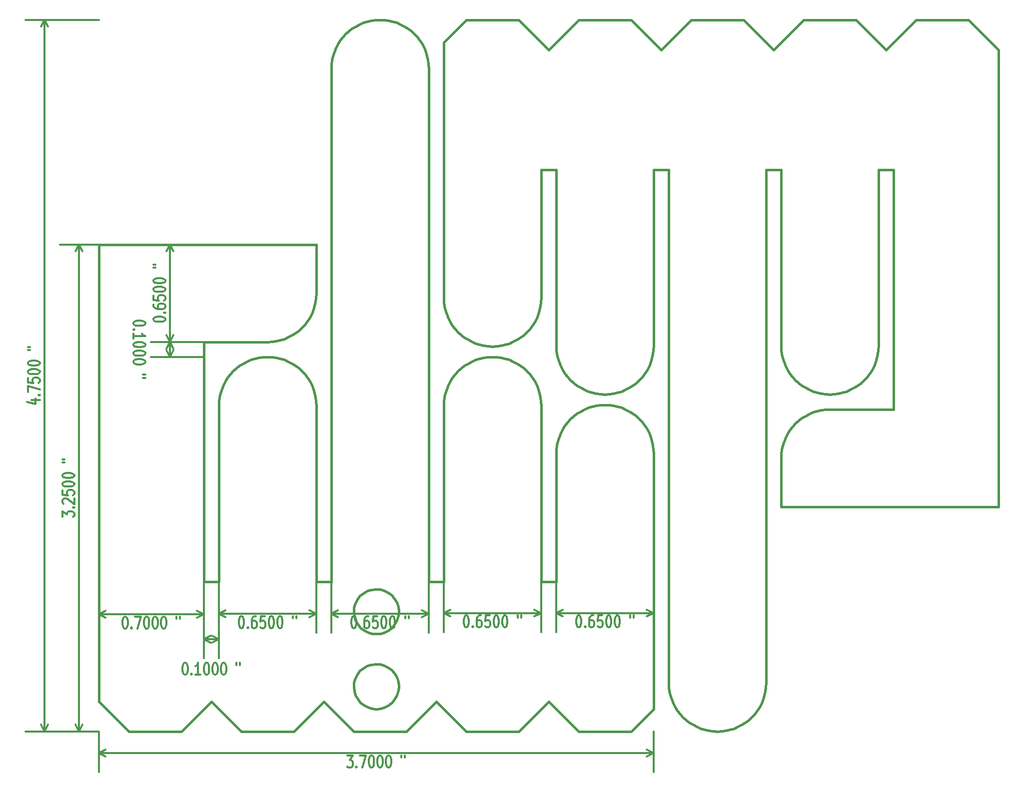
<source format=gbr>
G04 (created by PCBNEW-RS274X (2011-12-28 BZR 3254)-stable) date 7/17/2012 5:32:20 PM*
G01*
G70*
G90*
%MOIN*%
G04 Gerber Fmt 3.4, Leading zero omitted, Abs format*
%FSLAX34Y34*%
G04 APERTURE LIST*
%ADD10C,0.006000*%
%ADD11C,0.015000*%
%ADD12C,0.012000*%
G04 APERTURE END LIST*
G54D10*
G54D11*
X35001Y-57000D02*
X34972Y-57291D01*
X34887Y-57571D01*
X34750Y-57830D01*
X34565Y-58057D01*
X34339Y-58244D01*
X34081Y-58383D01*
X33801Y-58470D01*
X33510Y-58500D01*
X33219Y-58474D01*
X32938Y-58391D01*
X32679Y-58255D01*
X32450Y-58072D01*
X32262Y-57848D01*
X32121Y-57591D01*
X32032Y-57312D01*
X32000Y-57020D01*
X32024Y-56730D01*
X32105Y-56448D01*
X32239Y-56187D01*
X32421Y-55958D01*
X32644Y-55768D01*
X32900Y-55625D01*
X33178Y-55535D01*
X33469Y-55500D01*
X33760Y-55522D01*
X34042Y-55601D01*
X34304Y-55733D01*
X34535Y-55914D01*
X34726Y-56135D01*
X34871Y-56390D01*
X34963Y-56668D01*
X35000Y-56959D01*
X35001Y-57000D01*
X35000Y-52000D02*
X34971Y-52291D01*
X34886Y-52571D01*
X34749Y-52830D01*
X34564Y-53056D01*
X34338Y-53243D01*
X34081Y-53382D01*
X33801Y-53469D01*
X33510Y-53499D01*
X33219Y-53473D01*
X32939Y-53390D01*
X32679Y-53255D01*
X32451Y-53071D01*
X32263Y-52847D01*
X32122Y-52590D01*
X32033Y-52311D01*
X32001Y-52020D01*
X32025Y-51730D01*
X32106Y-51448D01*
X32240Y-51188D01*
X32421Y-50959D01*
X32644Y-50769D01*
X32900Y-50626D01*
X33178Y-50535D01*
X33469Y-50501D01*
X33760Y-50523D01*
X34042Y-50602D01*
X34303Y-50734D01*
X34534Y-50914D01*
X34725Y-51136D01*
X34870Y-51390D01*
X34962Y-51668D01*
X34999Y-51959D01*
X35000Y-52000D01*
G54D12*
X18101Y-32730D02*
X18101Y-32787D01*
X18063Y-32844D01*
X18025Y-32873D01*
X17949Y-32902D01*
X17796Y-32930D01*
X17606Y-32930D01*
X17454Y-32902D01*
X17377Y-32873D01*
X17339Y-32844D01*
X17301Y-32787D01*
X17301Y-32730D01*
X17339Y-32673D01*
X17377Y-32644D01*
X17454Y-32616D01*
X17606Y-32587D01*
X17796Y-32587D01*
X17949Y-32616D01*
X18025Y-32644D01*
X18063Y-32673D01*
X18101Y-32730D01*
X17377Y-33187D02*
X17339Y-33215D01*
X17301Y-33187D01*
X17339Y-33158D01*
X17377Y-33187D01*
X17301Y-33187D01*
X17301Y-33787D02*
X17301Y-33444D01*
X17301Y-33616D02*
X18101Y-33616D01*
X17987Y-33559D01*
X17911Y-33501D01*
X17873Y-33444D01*
X18101Y-34158D02*
X18101Y-34215D01*
X18063Y-34272D01*
X18025Y-34301D01*
X17949Y-34330D01*
X17796Y-34358D01*
X17606Y-34358D01*
X17454Y-34330D01*
X17377Y-34301D01*
X17339Y-34272D01*
X17301Y-34215D01*
X17301Y-34158D01*
X17339Y-34101D01*
X17377Y-34072D01*
X17454Y-34044D01*
X17606Y-34015D01*
X17796Y-34015D01*
X17949Y-34044D01*
X18025Y-34072D01*
X18063Y-34101D01*
X18101Y-34158D01*
X18101Y-34729D02*
X18101Y-34786D01*
X18063Y-34843D01*
X18025Y-34872D01*
X17949Y-34901D01*
X17796Y-34929D01*
X17606Y-34929D01*
X17454Y-34901D01*
X17377Y-34872D01*
X17339Y-34843D01*
X17301Y-34786D01*
X17301Y-34729D01*
X17339Y-34672D01*
X17377Y-34643D01*
X17454Y-34615D01*
X17606Y-34586D01*
X17796Y-34586D01*
X17949Y-34615D01*
X18025Y-34643D01*
X18063Y-34672D01*
X18101Y-34729D01*
X18101Y-35300D02*
X18101Y-35357D01*
X18063Y-35414D01*
X18025Y-35443D01*
X17949Y-35472D01*
X17796Y-35500D01*
X17606Y-35500D01*
X17454Y-35472D01*
X17377Y-35443D01*
X17339Y-35414D01*
X17301Y-35357D01*
X17301Y-35300D01*
X17339Y-35243D01*
X17377Y-35214D01*
X17454Y-35186D01*
X17606Y-35157D01*
X17796Y-35157D01*
X17949Y-35186D01*
X18025Y-35214D01*
X18063Y-35243D01*
X18101Y-35300D01*
X18101Y-36185D02*
X17949Y-36185D01*
X18101Y-36414D02*
X17949Y-36414D01*
X19751Y-34000D02*
X19751Y-35000D01*
X22000Y-34000D02*
X18471Y-34000D01*
X22000Y-35000D02*
X18471Y-35000D01*
X19751Y-35000D02*
X19521Y-34557D01*
X19751Y-35000D02*
X19981Y-34557D01*
X19751Y-34000D02*
X19521Y-34443D01*
X19751Y-34000D02*
X19981Y-34443D01*
X18634Y-32520D02*
X18634Y-32463D01*
X18672Y-32406D01*
X18710Y-32377D01*
X18786Y-32348D01*
X18939Y-32320D01*
X19129Y-32320D01*
X19281Y-32348D01*
X19358Y-32377D01*
X19396Y-32406D01*
X19434Y-32463D01*
X19434Y-32520D01*
X19396Y-32577D01*
X19358Y-32606D01*
X19281Y-32634D01*
X19129Y-32663D01*
X18939Y-32663D01*
X18786Y-32634D01*
X18710Y-32606D01*
X18672Y-32577D01*
X18634Y-32520D01*
X19358Y-32063D02*
X19396Y-32035D01*
X19434Y-32063D01*
X19396Y-32092D01*
X19358Y-32063D01*
X19434Y-32063D01*
X18634Y-31520D02*
X18634Y-31634D01*
X18672Y-31691D01*
X18710Y-31720D01*
X18824Y-31777D01*
X18977Y-31806D01*
X19281Y-31806D01*
X19358Y-31777D01*
X19396Y-31749D01*
X19434Y-31691D01*
X19434Y-31577D01*
X19396Y-31520D01*
X19358Y-31491D01*
X19281Y-31463D01*
X19091Y-31463D01*
X19015Y-31491D01*
X18977Y-31520D01*
X18939Y-31577D01*
X18939Y-31691D01*
X18977Y-31749D01*
X19015Y-31777D01*
X19091Y-31806D01*
X18634Y-30920D02*
X18634Y-31206D01*
X19015Y-31235D01*
X18977Y-31206D01*
X18939Y-31149D01*
X18939Y-31006D01*
X18977Y-30949D01*
X19015Y-30920D01*
X19091Y-30892D01*
X19281Y-30892D01*
X19358Y-30920D01*
X19396Y-30949D01*
X19434Y-31006D01*
X19434Y-31149D01*
X19396Y-31206D01*
X19358Y-31235D01*
X18634Y-30521D02*
X18634Y-30464D01*
X18672Y-30407D01*
X18710Y-30378D01*
X18786Y-30349D01*
X18939Y-30321D01*
X19129Y-30321D01*
X19281Y-30349D01*
X19358Y-30378D01*
X19396Y-30407D01*
X19434Y-30464D01*
X19434Y-30521D01*
X19396Y-30578D01*
X19358Y-30607D01*
X19281Y-30635D01*
X19129Y-30664D01*
X18939Y-30664D01*
X18786Y-30635D01*
X18710Y-30607D01*
X18672Y-30578D01*
X18634Y-30521D01*
X18634Y-29950D02*
X18634Y-29893D01*
X18672Y-29836D01*
X18710Y-29807D01*
X18786Y-29778D01*
X18939Y-29750D01*
X19129Y-29750D01*
X19281Y-29778D01*
X19358Y-29807D01*
X19396Y-29836D01*
X19434Y-29893D01*
X19434Y-29950D01*
X19396Y-30007D01*
X19358Y-30036D01*
X19281Y-30064D01*
X19129Y-30093D01*
X18939Y-30093D01*
X18786Y-30064D01*
X18710Y-30036D01*
X18672Y-30007D01*
X18634Y-29950D01*
X18634Y-29065D02*
X18786Y-29065D01*
X18634Y-28836D02*
X18786Y-28836D01*
X19750Y-34000D02*
X19750Y-27500D01*
X22000Y-34000D02*
X18470Y-34000D01*
X22000Y-27500D02*
X18470Y-27500D01*
X19750Y-27500D02*
X19980Y-27943D01*
X19750Y-27500D02*
X19520Y-27943D01*
X19750Y-34000D02*
X19980Y-33557D01*
X19750Y-34000D02*
X19520Y-33557D01*
X20730Y-55424D02*
X20787Y-55424D01*
X20844Y-55462D01*
X20873Y-55500D01*
X20902Y-55576D01*
X20930Y-55729D01*
X20930Y-55919D01*
X20902Y-56071D01*
X20873Y-56148D01*
X20844Y-56186D01*
X20787Y-56224D01*
X20730Y-56224D01*
X20673Y-56186D01*
X20644Y-56148D01*
X20616Y-56071D01*
X20587Y-55919D01*
X20587Y-55729D01*
X20616Y-55576D01*
X20644Y-55500D01*
X20673Y-55462D01*
X20730Y-55424D01*
X21187Y-56148D02*
X21215Y-56186D01*
X21187Y-56224D01*
X21158Y-56186D01*
X21187Y-56148D01*
X21187Y-56224D01*
X21787Y-56224D02*
X21444Y-56224D01*
X21616Y-56224D02*
X21616Y-55424D01*
X21559Y-55538D01*
X21501Y-55614D01*
X21444Y-55652D01*
X22158Y-55424D02*
X22215Y-55424D01*
X22272Y-55462D01*
X22301Y-55500D01*
X22330Y-55576D01*
X22358Y-55729D01*
X22358Y-55919D01*
X22330Y-56071D01*
X22301Y-56148D01*
X22272Y-56186D01*
X22215Y-56224D01*
X22158Y-56224D01*
X22101Y-56186D01*
X22072Y-56148D01*
X22044Y-56071D01*
X22015Y-55919D01*
X22015Y-55729D01*
X22044Y-55576D01*
X22072Y-55500D01*
X22101Y-55462D01*
X22158Y-55424D01*
X22729Y-55424D02*
X22786Y-55424D01*
X22843Y-55462D01*
X22872Y-55500D01*
X22901Y-55576D01*
X22929Y-55729D01*
X22929Y-55919D01*
X22901Y-56071D01*
X22872Y-56148D01*
X22843Y-56186D01*
X22786Y-56224D01*
X22729Y-56224D01*
X22672Y-56186D01*
X22643Y-56148D01*
X22615Y-56071D01*
X22586Y-55919D01*
X22586Y-55729D01*
X22615Y-55576D01*
X22643Y-55500D01*
X22672Y-55462D01*
X22729Y-55424D01*
X23300Y-55424D02*
X23357Y-55424D01*
X23414Y-55462D01*
X23443Y-55500D01*
X23472Y-55576D01*
X23500Y-55729D01*
X23500Y-55919D01*
X23472Y-56071D01*
X23443Y-56148D01*
X23414Y-56186D01*
X23357Y-56224D01*
X23300Y-56224D01*
X23243Y-56186D01*
X23214Y-56148D01*
X23186Y-56071D01*
X23157Y-55919D01*
X23157Y-55729D01*
X23186Y-55576D01*
X23214Y-55500D01*
X23243Y-55462D01*
X23300Y-55424D01*
X24185Y-55424D02*
X24185Y-55576D01*
X24414Y-55424D02*
X24414Y-55576D01*
X22000Y-53849D02*
X23000Y-53849D01*
X22000Y-50000D02*
X22000Y-55129D01*
X23000Y-50000D02*
X23000Y-55129D01*
X23000Y-53849D02*
X22557Y-54079D01*
X23000Y-53849D02*
X22557Y-53619D01*
X22000Y-53849D02*
X22443Y-54079D01*
X22000Y-53849D02*
X22443Y-53619D01*
X46980Y-52264D02*
X47037Y-52264D01*
X47094Y-52302D01*
X47123Y-52340D01*
X47152Y-52416D01*
X47180Y-52569D01*
X47180Y-52759D01*
X47152Y-52911D01*
X47123Y-52988D01*
X47094Y-53026D01*
X47037Y-53064D01*
X46980Y-53064D01*
X46923Y-53026D01*
X46894Y-52988D01*
X46866Y-52911D01*
X46837Y-52759D01*
X46837Y-52569D01*
X46866Y-52416D01*
X46894Y-52340D01*
X46923Y-52302D01*
X46980Y-52264D01*
X47437Y-52988D02*
X47465Y-53026D01*
X47437Y-53064D01*
X47408Y-53026D01*
X47437Y-52988D01*
X47437Y-53064D01*
X47980Y-52264D02*
X47866Y-52264D01*
X47809Y-52302D01*
X47780Y-52340D01*
X47723Y-52454D01*
X47694Y-52607D01*
X47694Y-52911D01*
X47723Y-52988D01*
X47751Y-53026D01*
X47809Y-53064D01*
X47923Y-53064D01*
X47980Y-53026D01*
X48009Y-52988D01*
X48037Y-52911D01*
X48037Y-52721D01*
X48009Y-52645D01*
X47980Y-52607D01*
X47923Y-52569D01*
X47809Y-52569D01*
X47751Y-52607D01*
X47723Y-52645D01*
X47694Y-52721D01*
X48580Y-52264D02*
X48294Y-52264D01*
X48265Y-52645D01*
X48294Y-52607D01*
X48351Y-52569D01*
X48494Y-52569D01*
X48551Y-52607D01*
X48580Y-52645D01*
X48608Y-52721D01*
X48608Y-52911D01*
X48580Y-52988D01*
X48551Y-53026D01*
X48494Y-53064D01*
X48351Y-53064D01*
X48294Y-53026D01*
X48265Y-52988D01*
X48979Y-52264D02*
X49036Y-52264D01*
X49093Y-52302D01*
X49122Y-52340D01*
X49151Y-52416D01*
X49179Y-52569D01*
X49179Y-52759D01*
X49151Y-52911D01*
X49122Y-52988D01*
X49093Y-53026D01*
X49036Y-53064D01*
X48979Y-53064D01*
X48922Y-53026D01*
X48893Y-52988D01*
X48865Y-52911D01*
X48836Y-52759D01*
X48836Y-52569D01*
X48865Y-52416D01*
X48893Y-52340D01*
X48922Y-52302D01*
X48979Y-52264D01*
X49550Y-52264D02*
X49607Y-52264D01*
X49664Y-52302D01*
X49693Y-52340D01*
X49722Y-52416D01*
X49750Y-52569D01*
X49750Y-52759D01*
X49722Y-52911D01*
X49693Y-52988D01*
X49664Y-53026D01*
X49607Y-53064D01*
X49550Y-53064D01*
X49493Y-53026D01*
X49464Y-52988D01*
X49436Y-52911D01*
X49407Y-52759D01*
X49407Y-52569D01*
X49436Y-52416D01*
X49464Y-52340D01*
X49493Y-52302D01*
X49550Y-52264D01*
X50435Y-52264D02*
X50435Y-52416D01*
X50664Y-52264D02*
X50664Y-52416D01*
X45500Y-52100D02*
X52000Y-52100D01*
X45500Y-50000D02*
X45500Y-53380D01*
X52000Y-50000D02*
X52000Y-53380D01*
X52000Y-52100D02*
X51557Y-52330D01*
X52000Y-52100D02*
X51557Y-51870D01*
X45500Y-52100D02*
X45943Y-52330D01*
X45500Y-52100D02*
X45943Y-51870D01*
X39480Y-52264D02*
X39537Y-52264D01*
X39594Y-52302D01*
X39623Y-52340D01*
X39652Y-52416D01*
X39680Y-52569D01*
X39680Y-52759D01*
X39652Y-52911D01*
X39623Y-52988D01*
X39594Y-53026D01*
X39537Y-53064D01*
X39480Y-53064D01*
X39423Y-53026D01*
X39394Y-52988D01*
X39366Y-52911D01*
X39337Y-52759D01*
X39337Y-52569D01*
X39366Y-52416D01*
X39394Y-52340D01*
X39423Y-52302D01*
X39480Y-52264D01*
X39937Y-52988D02*
X39965Y-53026D01*
X39937Y-53064D01*
X39908Y-53026D01*
X39937Y-52988D01*
X39937Y-53064D01*
X40480Y-52264D02*
X40366Y-52264D01*
X40309Y-52302D01*
X40280Y-52340D01*
X40223Y-52454D01*
X40194Y-52607D01*
X40194Y-52911D01*
X40223Y-52988D01*
X40251Y-53026D01*
X40309Y-53064D01*
X40423Y-53064D01*
X40480Y-53026D01*
X40509Y-52988D01*
X40537Y-52911D01*
X40537Y-52721D01*
X40509Y-52645D01*
X40480Y-52607D01*
X40423Y-52569D01*
X40309Y-52569D01*
X40251Y-52607D01*
X40223Y-52645D01*
X40194Y-52721D01*
X41080Y-52264D02*
X40794Y-52264D01*
X40765Y-52645D01*
X40794Y-52607D01*
X40851Y-52569D01*
X40994Y-52569D01*
X41051Y-52607D01*
X41080Y-52645D01*
X41108Y-52721D01*
X41108Y-52911D01*
X41080Y-52988D01*
X41051Y-53026D01*
X40994Y-53064D01*
X40851Y-53064D01*
X40794Y-53026D01*
X40765Y-52988D01*
X41479Y-52264D02*
X41536Y-52264D01*
X41593Y-52302D01*
X41622Y-52340D01*
X41651Y-52416D01*
X41679Y-52569D01*
X41679Y-52759D01*
X41651Y-52911D01*
X41622Y-52988D01*
X41593Y-53026D01*
X41536Y-53064D01*
X41479Y-53064D01*
X41422Y-53026D01*
X41393Y-52988D01*
X41365Y-52911D01*
X41336Y-52759D01*
X41336Y-52569D01*
X41365Y-52416D01*
X41393Y-52340D01*
X41422Y-52302D01*
X41479Y-52264D01*
X42050Y-52264D02*
X42107Y-52264D01*
X42164Y-52302D01*
X42193Y-52340D01*
X42222Y-52416D01*
X42250Y-52569D01*
X42250Y-52759D01*
X42222Y-52911D01*
X42193Y-52988D01*
X42164Y-53026D01*
X42107Y-53064D01*
X42050Y-53064D01*
X41993Y-53026D01*
X41964Y-52988D01*
X41936Y-52911D01*
X41907Y-52759D01*
X41907Y-52569D01*
X41936Y-52416D01*
X41964Y-52340D01*
X41993Y-52302D01*
X42050Y-52264D01*
X42935Y-52264D02*
X42935Y-52416D01*
X43164Y-52264D02*
X43164Y-52416D01*
X38000Y-52100D02*
X44500Y-52100D01*
X38000Y-50000D02*
X38000Y-53380D01*
X44500Y-50000D02*
X44500Y-53380D01*
X44500Y-52100D02*
X44057Y-52330D01*
X44500Y-52100D02*
X44057Y-51870D01*
X38000Y-52100D02*
X38443Y-52330D01*
X38000Y-52100D02*
X38443Y-51870D01*
X31980Y-52314D02*
X32037Y-52314D01*
X32094Y-52352D01*
X32123Y-52390D01*
X32152Y-52466D01*
X32180Y-52619D01*
X32180Y-52809D01*
X32152Y-52961D01*
X32123Y-53038D01*
X32094Y-53076D01*
X32037Y-53114D01*
X31980Y-53114D01*
X31923Y-53076D01*
X31894Y-53038D01*
X31866Y-52961D01*
X31837Y-52809D01*
X31837Y-52619D01*
X31866Y-52466D01*
X31894Y-52390D01*
X31923Y-52352D01*
X31980Y-52314D01*
X32437Y-53038D02*
X32465Y-53076D01*
X32437Y-53114D01*
X32408Y-53076D01*
X32437Y-53038D01*
X32437Y-53114D01*
X32980Y-52314D02*
X32866Y-52314D01*
X32809Y-52352D01*
X32780Y-52390D01*
X32723Y-52504D01*
X32694Y-52657D01*
X32694Y-52961D01*
X32723Y-53038D01*
X32751Y-53076D01*
X32809Y-53114D01*
X32923Y-53114D01*
X32980Y-53076D01*
X33009Y-53038D01*
X33037Y-52961D01*
X33037Y-52771D01*
X33009Y-52695D01*
X32980Y-52657D01*
X32923Y-52619D01*
X32809Y-52619D01*
X32751Y-52657D01*
X32723Y-52695D01*
X32694Y-52771D01*
X33580Y-52314D02*
X33294Y-52314D01*
X33265Y-52695D01*
X33294Y-52657D01*
X33351Y-52619D01*
X33494Y-52619D01*
X33551Y-52657D01*
X33580Y-52695D01*
X33608Y-52771D01*
X33608Y-52961D01*
X33580Y-53038D01*
X33551Y-53076D01*
X33494Y-53114D01*
X33351Y-53114D01*
X33294Y-53076D01*
X33265Y-53038D01*
X33979Y-52314D02*
X34036Y-52314D01*
X34093Y-52352D01*
X34122Y-52390D01*
X34151Y-52466D01*
X34179Y-52619D01*
X34179Y-52809D01*
X34151Y-52961D01*
X34122Y-53038D01*
X34093Y-53076D01*
X34036Y-53114D01*
X33979Y-53114D01*
X33922Y-53076D01*
X33893Y-53038D01*
X33865Y-52961D01*
X33836Y-52809D01*
X33836Y-52619D01*
X33865Y-52466D01*
X33893Y-52390D01*
X33922Y-52352D01*
X33979Y-52314D01*
X34550Y-52314D02*
X34607Y-52314D01*
X34664Y-52352D01*
X34693Y-52390D01*
X34722Y-52466D01*
X34750Y-52619D01*
X34750Y-52809D01*
X34722Y-52961D01*
X34693Y-53038D01*
X34664Y-53076D01*
X34607Y-53114D01*
X34550Y-53114D01*
X34493Y-53076D01*
X34464Y-53038D01*
X34436Y-52961D01*
X34407Y-52809D01*
X34407Y-52619D01*
X34436Y-52466D01*
X34464Y-52390D01*
X34493Y-52352D01*
X34550Y-52314D01*
X35435Y-52314D02*
X35435Y-52466D01*
X35664Y-52314D02*
X35664Y-52466D01*
X30500Y-52150D02*
X37000Y-52150D01*
X30500Y-50000D02*
X30500Y-53430D01*
X37000Y-50000D02*
X37000Y-53430D01*
X37000Y-52150D02*
X36557Y-52380D01*
X37000Y-52150D02*
X36557Y-51920D01*
X30500Y-52150D02*
X30943Y-52380D01*
X30500Y-52150D02*
X30943Y-51920D01*
X24480Y-52314D02*
X24537Y-52314D01*
X24594Y-52352D01*
X24623Y-52390D01*
X24652Y-52466D01*
X24680Y-52619D01*
X24680Y-52809D01*
X24652Y-52961D01*
X24623Y-53038D01*
X24594Y-53076D01*
X24537Y-53114D01*
X24480Y-53114D01*
X24423Y-53076D01*
X24394Y-53038D01*
X24366Y-52961D01*
X24337Y-52809D01*
X24337Y-52619D01*
X24366Y-52466D01*
X24394Y-52390D01*
X24423Y-52352D01*
X24480Y-52314D01*
X24937Y-53038D02*
X24965Y-53076D01*
X24937Y-53114D01*
X24908Y-53076D01*
X24937Y-53038D01*
X24937Y-53114D01*
X25480Y-52314D02*
X25366Y-52314D01*
X25309Y-52352D01*
X25280Y-52390D01*
X25223Y-52504D01*
X25194Y-52657D01*
X25194Y-52961D01*
X25223Y-53038D01*
X25251Y-53076D01*
X25309Y-53114D01*
X25423Y-53114D01*
X25480Y-53076D01*
X25509Y-53038D01*
X25537Y-52961D01*
X25537Y-52771D01*
X25509Y-52695D01*
X25480Y-52657D01*
X25423Y-52619D01*
X25309Y-52619D01*
X25251Y-52657D01*
X25223Y-52695D01*
X25194Y-52771D01*
X26080Y-52314D02*
X25794Y-52314D01*
X25765Y-52695D01*
X25794Y-52657D01*
X25851Y-52619D01*
X25994Y-52619D01*
X26051Y-52657D01*
X26080Y-52695D01*
X26108Y-52771D01*
X26108Y-52961D01*
X26080Y-53038D01*
X26051Y-53076D01*
X25994Y-53114D01*
X25851Y-53114D01*
X25794Y-53076D01*
X25765Y-53038D01*
X26479Y-52314D02*
X26536Y-52314D01*
X26593Y-52352D01*
X26622Y-52390D01*
X26651Y-52466D01*
X26679Y-52619D01*
X26679Y-52809D01*
X26651Y-52961D01*
X26622Y-53038D01*
X26593Y-53076D01*
X26536Y-53114D01*
X26479Y-53114D01*
X26422Y-53076D01*
X26393Y-53038D01*
X26365Y-52961D01*
X26336Y-52809D01*
X26336Y-52619D01*
X26365Y-52466D01*
X26393Y-52390D01*
X26422Y-52352D01*
X26479Y-52314D01*
X27050Y-52314D02*
X27107Y-52314D01*
X27164Y-52352D01*
X27193Y-52390D01*
X27222Y-52466D01*
X27250Y-52619D01*
X27250Y-52809D01*
X27222Y-52961D01*
X27193Y-53038D01*
X27164Y-53076D01*
X27107Y-53114D01*
X27050Y-53114D01*
X26993Y-53076D01*
X26964Y-53038D01*
X26936Y-52961D01*
X26907Y-52809D01*
X26907Y-52619D01*
X26936Y-52466D01*
X26964Y-52390D01*
X26993Y-52352D01*
X27050Y-52314D01*
X27935Y-52314D02*
X27935Y-52466D01*
X28164Y-52314D02*
X28164Y-52466D01*
X23000Y-52150D02*
X29500Y-52150D01*
X23000Y-50000D02*
X23000Y-53430D01*
X29500Y-50000D02*
X29500Y-53430D01*
X29500Y-52150D02*
X29057Y-52380D01*
X29500Y-52150D02*
X29057Y-51920D01*
X23000Y-52150D02*
X23443Y-52380D01*
X23000Y-52150D02*
X23443Y-51920D01*
X16730Y-52338D02*
X16787Y-52338D01*
X16844Y-52376D01*
X16873Y-52414D01*
X16902Y-52490D01*
X16930Y-52643D01*
X16930Y-52833D01*
X16902Y-52985D01*
X16873Y-53062D01*
X16844Y-53100D01*
X16787Y-53138D01*
X16730Y-53138D01*
X16673Y-53100D01*
X16644Y-53062D01*
X16616Y-52985D01*
X16587Y-52833D01*
X16587Y-52643D01*
X16616Y-52490D01*
X16644Y-52414D01*
X16673Y-52376D01*
X16730Y-52338D01*
X17187Y-53062D02*
X17215Y-53100D01*
X17187Y-53138D01*
X17158Y-53100D01*
X17187Y-53062D01*
X17187Y-53138D01*
X17416Y-52338D02*
X17816Y-52338D01*
X17559Y-53138D01*
X18158Y-52338D02*
X18215Y-52338D01*
X18272Y-52376D01*
X18301Y-52414D01*
X18330Y-52490D01*
X18358Y-52643D01*
X18358Y-52833D01*
X18330Y-52985D01*
X18301Y-53062D01*
X18272Y-53100D01*
X18215Y-53138D01*
X18158Y-53138D01*
X18101Y-53100D01*
X18072Y-53062D01*
X18044Y-52985D01*
X18015Y-52833D01*
X18015Y-52643D01*
X18044Y-52490D01*
X18072Y-52414D01*
X18101Y-52376D01*
X18158Y-52338D01*
X18729Y-52338D02*
X18786Y-52338D01*
X18843Y-52376D01*
X18872Y-52414D01*
X18901Y-52490D01*
X18929Y-52643D01*
X18929Y-52833D01*
X18901Y-52985D01*
X18872Y-53062D01*
X18843Y-53100D01*
X18786Y-53138D01*
X18729Y-53138D01*
X18672Y-53100D01*
X18643Y-53062D01*
X18615Y-52985D01*
X18586Y-52833D01*
X18586Y-52643D01*
X18615Y-52490D01*
X18643Y-52414D01*
X18672Y-52376D01*
X18729Y-52338D01*
X19300Y-52338D02*
X19357Y-52338D01*
X19414Y-52376D01*
X19443Y-52414D01*
X19472Y-52490D01*
X19500Y-52643D01*
X19500Y-52833D01*
X19472Y-52985D01*
X19443Y-53062D01*
X19414Y-53100D01*
X19357Y-53138D01*
X19300Y-53138D01*
X19243Y-53100D01*
X19214Y-53062D01*
X19186Y-52985D01*
X19157Y-52833D01*
X19157Y-52643D01*
X19186Y-52490D01*
X19214Y-52414D01*
X19243Y-52376D01*
X19300Y-52338D01*
X20185Y-52338D02*
X20185Y-52490D01*
X20414Y-52338D02*
X20414Y-52490D01*
X22000Y-52174D02*
X15000Y-52174D01*
X22000Y-50000D02*
X22000Y-53454D01*
X15000Y-50000D02*
X15000Y-53454D01*
X15000Y-52174D02*
X15443Y-51944D01*
X15000Y-52174D02*
X15443Y-52404D01*
X22000Y-52174D02*
X21557Y-51944D01*
X22000Y-52174D02*
X21557Y-52404D01*
X31559Y-61614D02*
X31930Y-61614D01*
X31730Y-61919D01*
X31816Y-61919D01*
X31873Y-61957D01*
X31902Y-61995D01*
X31930Y-62071D01*
X31930Y-62261D01*
X31902Y-62338D01*
X31873Y-62376D01*
X31816Y-62414D01*
X31644Y-62414D01*
X31587Y-62376D01*
X31559Y-62338D01*
X32187Y-62338D02*
X32215Y-62376D01*
X32187Y-62414D01*
X32158Y-62376D01*
X32187Y-62338D01*
X32187Y-62414D01*
X32416Y-61614D02*
X32816Y-61614D01*
X32559Y-62414D01*
X33158Y-61614D02*
X33215Y-61614D01*
X33272Y-61652D01*
X33301Y-61690D01*
X33330Y-61766D01*
X33358Y-61919D01*
X33358Y-62109D01*
X33330Y-62261D01*
X33301Y-62338D01*
X33272Y-62376D01*
X33215Y-62414D01*
X33158Y-62414D01*
X33101Y-62376D01*
X33072Y-62338D01*
X33044Y-62261D01*
X33015Y-62109D01*
X33015Y-61919D01*
X33044Y-61766D01*
X33072Y-61690D01*
X33101Y-61652D01*
X33158Y-61614D01*
X33729Y-61614D02*
X33786Y-61614D01*
X33843Y-61652D01*
X33872Y-61690D01*
X33901Y-61766D01*
X33929Y-61919D01*
X33929Y-62109D01*
X33901Y-62261D01*
X33872Y-62338D01*
X33843Y-62376D01*
X33786Y-62414D01*
X33729Y-62414D01*
X33672Y-62376D01*
X33643Y-62338D01*
X33615Y-62261D01*
X33586Y-62109D01*
X33586Y-61919D01*
X33615Y-61766D01*
X33643Y-61690D01*
X33672Y-61652D01*
X33729Y-61614D01*
X34300Y-61614D02*
X34357Y-61614D01*
X34414Y-61652D01*
X34443Y-61690D01*
X34472Y-61766D01*
X34500Y-61919D01*
X34500Y-62109D01*
X34472Y-62261D01*
X34443Y-62338D01*
X34414Y-62376D01*
X34357Y-62414D01*
X34300Y-62414D01*
X34243Y-62376D01*
X34214Y-62338D01*
X34186Y-62261D01*
X34157Y-62109D01*
X34157Y-61919D01*
X34186Y-61766D01*
X34214Y-61690D01*
X34243Y-61652D01*
X34300Y-61614D01*
X35185Y-61614D02*
X35185Y-61766D01*
X35414Y-61614D02*
X35414Y-61766D01*
X15000Y-61450D02*
X52000Y-61450D01*
X15000Y-60000D02*
X15000Y-62730D01*
X52000Y-60000D02*
X52000Y-62730D01*
X52000Y-61450D02*
X51557Y-61680D01*
X52000Y-61450D02*
X51557Y-61220D01*
X15000Y-61450D02*
X15443Y-61680D01*
X15000Y-61450D02*
X15443Y-61220D01*
X10525Y-37877D02*
X11059Y-37877D01*
X10221Y-38020D02*
X10792Y-38163D01*
X10792Y-37791D01*
X10983Y-37563D02*
X11021Y-37535D01*
X11059Y-37563D01*
X11021Y-37592D01*
X10983Y-37563D01*
X11059Y-37563D01*
X10259Y-37334D02*
X10259Y-36934D01*
X11059Y-37191D01*
X10259Y-36420D02*
X10259Y-36706D01*
X10640Y-36735D01*
X10602Y-36706D01*
X10564Y-36649D01*
X10564Y-36506D01*
X10602Y-36449D01*
X10640Y-36420D01*
X10716Y-36392D01*
X10906Y-36392D01*
X10983Y-36420D01*
X11021Y-36449D01*
X11059Y-36506D01*
X11059Y-36649D01*
X11021Y-36706D01*
X10983Y-36735D01*
X10259Y-36021D02*
X10259Y-35964D01*
X10297Y-35907D01*
X10335Y-35878D01*
X10411Y-35849D01*
X10564Y-35821D01*
X10754Y-35821D01*
X10906Y-35849D01*
X10983Y-35878D01*
X11021Y-35907D01*
X11059Y-35964D01*
X11059Y-36021D01*
X11021Y-36078D01*
X10983Y-36107D01*
X10906Y-36135D01*
X10754Y-36164D01*
X10564Y-36164D01*
X10411Y-36135D01*
X10335Y-36107D01*
X10297Y-36078D01*
X10259Y-36021D01*
X10259Y-35450D02*
X10259Y-35393D01*
X10297Y-35336D01*
X10335Y-35307D01*
X10411Y-35278D01*
X10564Y-35250D01*
X10754Y-35250D01*
X10906Y-35278D01*
X10983Y-35307D01*
X11021Y-35336D01*
X11059Y-35393D01*
X11059Y-35450D01*
X11021Y-35507D01*
X10983Y-35536D01*
X10906Y-35564D01*
X10754Y-35593D01*
X10564Y-35593D01*
X10411Y-35564D01*
X10335Y-35536D01*
X10297Y-35507D01*
X10259Y-35450D01*
X10259Y-34565D02*
X10411Y-34565D01*
X10259Y-34336D02*
X10411Y-34336D01*
X11375Y-60000D02*
X11375Y-12500D01*
X15000Y-60000D02*
X10095Y-60000D01*
X15000Y-12500D02*
X10095Y-12500D01*
X11375Y-12500D02*
X11605Y-12943D01*
X11375Y-12500D02*
X11145Y-12943D01*
X11375Y-60000D02*
X11605Y-59557D01*
X11375Y-60000D02*
X11145Y-59557D01*
X12559Y-45691D02*
X12559Y-45320D01*
X12864Y-45520D01*
X12864Y-45434D01*
X12902Y-45377D01*
X12940Y-45348D01*
X13016Y-45320D01*
X13206Y-45320D01*
X13283Y-45348D01*
X13321Y-45377D01*
X13359Y-45434D01*
X13359Y-45606D01*
X13321Y-45663D01*
X13283Y-45691D01*
X13283Y-45063D02*
X13321Y-45035D01*
X13359Y-45063D01*
X13321Y-45092D01*
X13283Y-45063D01*
X13359Y-45063D01*
X12635Y-44806D02*
X12597Y-44777D01*
X12559Y-44720D01*
X12559Y-44577D01*
X12597Y-44520D01*
X12635Y-44491D01*
X12711Y-44463D01*
X12787Y-44463D01*
X12902Y-44491D01*
X13359Y-44834D01*
X13359Y-44463D01*
X12559Y-43920D02*
X12559Y-44206D01*
X12940Y-44235D01*
X12902Y-44206D01*
X12864Y-44149D01*
X12864Y-44006D01*
X12902Y-43949D01*
X12940Y-43920D01*
X13016Y-43892D01*
X13206Y-43892D01*
X13283Y-43920D01*
X13321Y-43949D01*
X13359Y-44006D01*
X13359Y-44149D01*
X13321Y-44206D01*
X13283Y-44235D01*
X12559Y-43521D02*
X12559Y-43464D01*
X12597Y-43407D01*
X12635Y-43378D01*
X12711Y-43349D01*
X12864Y-43321D01*
X13054Y-43321D01*
X13206Y-43349D01*
X13283Y-43378D01*
X13321Y-43407D01*
X13359Y-43464D01*
X13359Y-43521D01*
X13321Y-43578D01*
X13283Y-43607D01*
X13206Y-43635D01*
X13054Y-43664D01*
X12864Y-43664D01*
X12711Y-43635D01*
X12635Y-43607D01*
X12597Y-43578D01*
X12559Y-43521D01*
X12559Y-42950D02*
X12559Y-42893D01*
X12597Y-42836D01*
X12635Y-42807D01*
X12711Y-42778D01*
X12864Y-42750D01*
X13054Y-42750D01*
X13206Y-42778D01*
X13283Y-42807D01*
X13321Y-42836D01*
X13359Y-42893D01*
X13359Y-42950D01*
X13321Y-43007D01*
X13283Y-43036D01*
X13206Y-43064D01*
X13054Y-43093D01*
X12864Y-43093D01*
X12711Y-43064D01*
X12635Y-43036D01*
X12597Y-43007D01*
X12559Y-42950D01*
X12559Y-42065D02*
X12711Y-42065D01*
X12559Y-41836D02*
X12711Y-41836D01*
X13675Y-60000D02*
X13675Y-27500D01*
X15000Y-60000D02*
X12395Y-60000D01*
X15000Y-27500D02*
X12395Y-27500D01*
X13675Y-27500D02*
X13905Y-27943D01*
X13675Y-27500D02*
X13445Y-27943D01*
X13675Y-60000D02*
X13905Y-59557D01*
X13675Y-60000D02*
X13445Y-59557D01*
G54D11*
X53000Y-56750D02*
X53000Y-22500D01*
X59500Y-56750D02*
X59500Y-22500D01*
X53000Y-56750D02*
X53013Y-57033D01*
X53050Y-57314D01*
X53111Y-57591D01*
X53196Y-57861D01*
X53305Y-58123D01*
X53436Y-58374D01*
X53588Y-58614D01*
X53761Y-58839D01*
X53952Y-59048D01*
X54161Y-59239D01*
X54386Y-59412D01*
X54626Y-59564D01*
X54877Y-59695D01*
X55139Y-59804D01*
X55409Y-59889D01*
X55686Y-59950D01*
X55967Y-59987D01*
X56250Y-60000D01*
X56250Y-60000D02*
X56533Y-59987D01*
X56814Y-59950D01*
X57091Y-59889D01*
X57361Y-59804D01*
X57623Y-59695D01*
X57875Y-59564D01*
X58114Y-59412D01*
X58339Y-59239D01*
X58548Y-59048D01*
X58739Y-58839D01*
X58912Y-58614D01*
X59064Y-58374D01*
X59195Y-58123D01*
X59304Y-57861D01*
X59389Y-57591D01*
X59450Y-57314D01*
X59487Y-57033D01*
X59500Y-56750D01*
X60500Y-34250D02*
X60500Y-22500D01*
X67000Y-34250D02*
X67000Y-22500D01*
X60500Y-34250D02*
X60513Y-34533D01*
X60550Y-34814D01*
X60611Y-35091D01*
X60696Y-35361D01*
X60805Y-35623D01*
X60936Y-35874D01*
X61088Y-36114D01*
X61261Y-36339D01*
X61452Y-36548D01*
X61661Y-36739D01*
X61886Y-36912D01*
X62126Y-37064D01*
X62377Y-37195D01*
X62639Y-37304D01*
X62909Y-37389D01*
X63186Y-37450D01*
X63467Y-37487D01*
X63750Y-37500D01*
X63750Y-37500D02*
X64033Y-37487D01*
X64314Y-37450D01*
X64591Y-37389D01*
X64861Y-37304D01*
X65123Y-37195D01*
X65375Y-37064D01*
X65614Y-36912D01*
X65839Y-36739D01*
X66048Y-36548D01*
X66239Y-36339D01*
X66412Y-36114D01*
X66564Y-35874D01*
X66695Y-35623D01*
X66804Y-35361D01*
X66889Y-35091D01*
X66950Y-34814D01*
X66987Y-34533D01*
X67000Y-34250D01*
X63750Y-38500D02*
X68000Y-38500D01*
X60500Y-45000D02*
X60500Y-41750D01*
X63750Y-38500D02*
X63467Y-38513D01*
X63186Y-38550D01*
X62909Y-38611D01*
X62639Y-38696D01*
X62377Y-38805D01*
X62126Y-38936D01*
X61886Y-39088D01*
X61661Y-39261D01*
X61452Y-39452D01*
X61261Y-39661D01*
X61088Y-39886D01*
X60936Y-40126D01*
X60805Y-40377D01*
X60696Y-40639D01*
X60611Y-40909D01*
X60550Y-41186D01*
X60513Y-41467D01*
X60500Y-41750D01*
X75000Y-45000D02*
X75000Y-14500D01*
X60500Y-45000D02*
X75000Y-45000D01*
X68000Y-22500D02*
X68000Y-38500D01*
X67000Y-22500D02*
X68000Y-22500D01*
X53000Y-22500D02*
X52000Y-22500D01*
X59500Y-22500D02*
X60500Y-22500D01*
X54500Y-12500D02*
X52500Y-14500D01*
X58000Y-12500D02*
X54500Y-12500D01*
X60000Y-14500D02*
X58000Y-12500D01*
X62000Y-12500D02*
X60000Y-14500D01*
X65500Y-12500D02*
X62000Y-12500D01*
X67500Y-14500D02*
X65500Y-12500D01*
X69500Y-12500D02*
X73000Y-12500D01*
X67500Y-14500D02*
X69500Y-12500D01*
X75000Y-14500D02*
X73000Y-12500D01*
X44500Y-22500D02*
X45500Y-22500D01*
X38000Y-31050D02*
X38000Y-14000D01*
X39500Y-12500D02*
X38000Y-14000D01*
X44500Y-31050D02*
X44500Y-22500D01*
X38000Y-31050D02*
X38013Y-31333D01*
X38050Y-31614D01*
X38111Y-31891D01*
X38196Y-32161D01*
X38305Y-32423D01*
X38436Y-32674D01*
X38588Y-32914D01*
X38761Y-33139D01*
X38952Y-33348D01*
X39161Y-33539D01*
X39386Y-33712D01*
X39626Y-33864D01*
X39877Y-33995D01*
X40139Y-34104D01*
X40409Y-34189D01*
X40686Y-34250D01*
X40967Y-34287D01*
X41250Y-34300D01*
X41250Y-34300D02*
X41533Y-34287D01*
X41814Y-34250D01*
X42091Y-34189D01*
X42361Y-34104D01*
X42623Y-33995D01*
X42875Y-33864D01*
X43114Y-33712D01*
X43339Y-33539D01*
X43548Y-33348D01*
X43739Y-33139D01*
X43912Y-32914D01*
X44064Y-32674D01*
X44195Y-32423D01*
X44304Y-32161D01*
X44389Y-31891D01*
X44450Y-31614D01*
X44487Y-31333D01*
X44500Y-31050D01*
X45500Y-34250D02*
X45500Y-22500D01*
X52000Y-34250D02*
X52000Y-22500D01*
X45500Y-34250D02*
X45513Y-34533D01*
X45550Y-34814D01*
X45611Y-35091D01*
X45696Y-35361D01*
X45805Y-35623D01*
X45936Y-35874D01*
X46088Y-36114D01*
X46261Y-36339D01*
X46452Y-36548D01*
X46661Y-36739D01*
X46886Y-36912D01*
X47126Y-37064D01*
X47377Y-37195D01*
X47639Y-37304D01*
X47909Y-37389D01*
X48186Y-37450D01*
X48467Y-37487D01*
X48750Y-37500D01*
X48750Y-37500D02*
X49033Y-37487D01*
X49314Y-37450D01*
X49591Y-37389D01*
X49861Y-37304D01*
X50123Y-37195D01*
X50375Y-37064D01*
X50614Y-36912D01*
X50839Y-36739D01*
X51048Y-36548D01*
X51239Y-36339D01*
X51412Y-36114D01*
X51564Y-35874D01*
X51695Y-35623D01*
X51804Y-35361D01*
X51889Y-35091D01*
X51950Y-34814D01*
X51987Y-34533D01*
X52000Y-34250D01*
X43000Y-12500D02*
X39500Y-12500D01*
X45000Y-14500D02*
X43000Y-12500D01*
X47000Y-12500D02*
X45000Y-14500D01*
X50500Y-12500D02*
X47000Y-12500D01*
X52500Y-14500D02*
X50500Y-12500D01*
X44500Y-50000D02*
X45500Y-50000D01*
X15000Y-58000D02*
X17000Y-60000D01*
X22500Y-58000D02*
X20500Y-60000D01*
X20500Y-60000D02*
X17000Y-60000D01*
X22500Y-58000D02*
X24500Y-60000D01*
X24500Y-60000D02*
X28000Y-60000D01*
X28000Y-60000D02*
X30000Y-58000D01*
X30000Y-58000D02*
X32000Y-60000D01*
X32000Y-60000D02*
X35500Y-60000D01*
X35500Y-60000D02*
X37500Y-58000D01*
X37500Y-58000D02*
X39500Y-60000D01*
X39500Y-60000D02*
X43000Y-60000D01*
X43000Y-60000D02*
X45000Y-58000D01*
X45000Y-58000D02*
X47000Y-60000D01*
X47000Y-60000D02*
X50500Y-60000D01*
X30500Y-50000D02*
X29500Y-50000D01*
X37000Y-50000D02*
X38000Y-50000D01*
X23000Y-50000D02*
X22000Y-50000D01*
X22000Y-50000D02*
X22000Y-34000D01*
X29500Y-27500D02*
X15000Y-27500D01*
X15000Y-27500D02*
X15000Y-58000D01*
X26250Y-34000D02*
X26533Y-33987D01*
X26814Y-33950D01*
X27091Y-33889D01*
X27361Y-33804D01*
X27623Y-33695D01*
X27875Y-33564D01*
X28114Y-33412D01*
X28339Y-33239D01*
X28548Y-33048D01*
X28739Y-32839D01*
X28912Y-32614D01*
X29064Y-32374D01*
X29195Y-32123D01*
X29304Y-31861D01*
X29389Y-31591D01*
X29450Y-31314D01*
X29487Y-31033D01*
X29500Y-30750D01*
X29500Y-27500D02*
X29500Y-30750D01*
X26250Y-34000D02*
X22000Y-34000D01*
X26250Y-35000D02*
X25967Y-35013D01*
X25686Y-35050D01*
X25409Y-35111D01*
X25139Y-35196D01*
X24877Y-35305D01*
X24626Y-35436D01*
X24386Y-35588D01*
X24161Y-35761D01*
X23952Y-35952D01*
X23761Y-36161D01*
X23588Y-36386D01*
X23436Y-36626D01*
X23305Y-36877D01*
X23196Y-37139D01*
X23111Y-37409D01*
X23050Y-37686D01*
X23013Y-37967D01*
X23000Y-38250D01*
X29500Y-38250D02*
X29487Y-37967D01*
X29450Y-37686D01*
X29389Y-37409D01*
X29304Y-37139D01*
X29195Y-36877D01*
X29064Y-36626D01*
X28912Y-36386D01*
X28739Y-36161D01*
X28548Y-35952D01*
X28339Y-35761D01*
X28114Y-35588D01*
X27875Y-35436D01*
X27623Y-35305D01*
X27361Y-35196D01*
X27091Y-35111D01*
X26814Y-35050D01*
X26533Y-35013D01*
X26250Y-35000D01*
X23000Y-38250D02*
X23000Y-50000D01*
X29500Y-38250D02*
X29500Y-50000D01*
X41250Y-35000D02*
X40967Y-35013D01*
X40686Y-35050D01*
X40409Y-35111D01*
X40139Y-35196D01*
X39877Y-35305D01*
X39626Y-35436D01*
X39386Y-35588D01*
X39161Y-35761D01*
X38952Y-35952D01*
X38761Y-36161D01*
X38588Y-36386D01*
X38436Y-36626D01*
X38305Y-36877D01*
X38196Y-37139D01*
X38111Y-37409D01*
X38050Y-37686D01*
X38013Y-37967D01*
X38000Y-38250D01*
X44500Y-38250D02*
X44487Y-37967D01*
X44450Y-37686D01*
X44389Y-37409D01*
X44304Y-37139D01*
X44195Y-36877D01*
X44064Y-36626D01*
X43912Y-36386D01*
X43739Y-36161D01*
X43548Y-35952D01*
X43339Y-35761D01*
X43114Y-35588D01*
X42875Y-35436D01*
X42623Y-35305D01*
X42361Y-35196D01*
X42091Y-35111D01*
X41814Y-35050D01*
X41533Y-35013D01*
X41250Y-35000D01*
X38000Y-38250D02*
X38000Y-50000D01*
X44500Y-38250D02*
X44500Y-50000D01*
X48750Y-38200D02*
X48467Y-38213D01*
X48186Y-38250D01*
X47909Y-38311D01*
X47639Y-38396D01*
X47377Y-38505D01*
X47126Y-38636D01*
X46886Y-38788D01*
X46661Y-38961D01*
X46452Y-39152D01*
X46261Y-39361D01*
X46088Y-39586D01*
X45936Y-39826D01*
X45805Y-40077D01*
X45696Y-40339D01*
X45611Y-40609D01*
X45550Y-40886D01*
X45513Y-41167D01*
X45500Y-41450D01*
X52000Y-41450D02*
X51987Y-41167D01*
X51950Y-40886D01*
X51889Y-40609D01*
X51804Y-40339D01*
X51695Y-40077D01*
X51564Y-39826D01*
X51412Y-39586D01*
X51239Y-39361D01*
X51048Y-39152D01*
X50839Y-38961D01*
X50614Y-38788D01*
X50375Y-38636D01*
X50123Y-38505D01*
X49861Y-38396D01*
X49591Y-38311D01*
X49314Y-38250D01*
X49033Y-38213D01*
X48750Y-38200D01*
X45500Y-41450D02*
X45500Y-50000D01*
X33750Y-12500D02*
X33467Y-12513D01*
X33186Y-12550D01*
X32909Y-12611D01*
X32639Y-12696D01*
X32377Y-12805D01*
X32126Y-12936D01*
X31886Y-13088D01*
X31661Y-13261D01*
X31452Y-13452D01*
X31261Y-13661D01*
X31088Y-13886D01*
X30936Y-14126D01*
X30805Y-14377D01*
X30696Y-14639D01*
X30611Y-14909D01*
X30550Y-15186D01*
X30513Y-15467D01*
X30500Y-15750D01*
X37000Y-15750D02*
X36987Y-15467D01*
X36950Y-15186D01*
X36889Y-14909D01*
X36804Y-14639D01*
X36695Y-14377D01*
X36564Y-14126D01*
X36412Y-13886D01*
X36239Y-13661D01*
X36048Y-13452D01*
X35839Y-13261D01*
X35614Y-13088D01*
X35375Y-12936D01*
X35123Y-12805D01*
X34861Y-12696D01*
X34591Y-12611D01*
X34314Y-12550D01*
X34033Y-12513D01*
X33750Y-12500D01*
X30500Y-15750D02*
X30500Y-50000D01*
X37000Y-15750D02*
X37000Y-50000D01*
X50500Y-60000D02*
X52000Y-58500D01*
X52000Y-41450D02*
X52000Y-58500D01*
M02*

</source>
